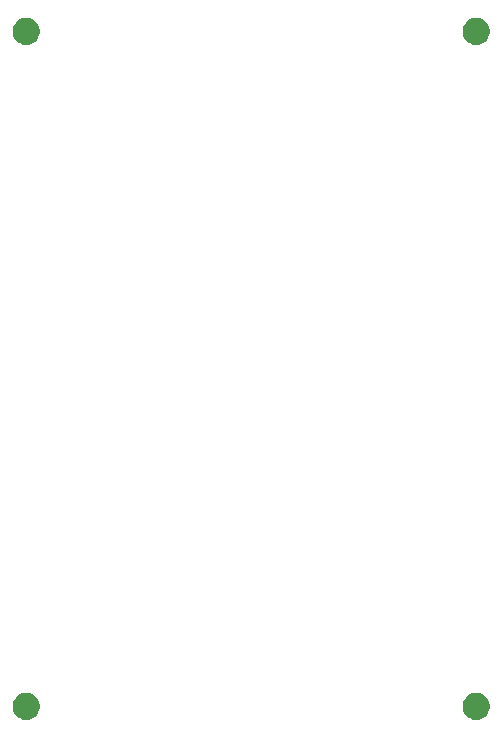
<source format=gbr>
G04 #@! TF.GenerationSoftware,KiCad,Pcbnew,(5.1.6)-1*
G04 #@! TF.CreationDate,2020-09-28T23:31:42+08:00*
G04 #@! TF.ProjectId,Hami-Plate,48616d69-2d50-46c6-9174-652e6b696361,rev?*
G04 #@! TF.SameCoordinates,Original*
G04 #@! TF.FileFunction,Soldermask,Bot*
G04 #@! TF.FilePolarity,Negative*
%FSLAX46Y46*%
G04 Gerber Fmt 4.6, Leading zero omitted, Abs format (unit mm)*
G04 Created by KiCad (PCBNEW (5.1.6)-1) date 2020-09-28 23:31:42*
%MOMM*%
%LPD*%
G01*
G04 APERTURE LIST*
%ADD10C,0.100000*%
G04 APERTURE END LIST*
D10*
G36*
X165324549Y-129046116D02*
G01*
X165435734Y-129068232D01*
X165645203Y-129154997D01*
X165833720Y-129280960D01*
X165994040Y-129441280D01*
X166120003Y-129629797D01*
X166206768Y-129839266D01*
X166251000Y-130061636D01*
X166251000Y-130288364D01*
X166206768Y-130510734D01*
X166120003Y-130720203D01*
X165994040Y-130908720D01*
X165833720Y-131069040D01*
X165645203Y-131195003D01*
X165435734Y-131281768D01*
X165324549Y-131303884D01*
X165213365Y-131326000D01*
X164986635Y-131326000D01*
X164875451Y-131303884D01*
X164764266Y-131281768D01*
X164554797Y-131195003D01*
X164366280Y-131069040D01*
X164205960Y-130908720D01*
X164079997Y-130720203D01*
X163993232Y-130510734D01*
X163949000Y-130288364D01*
X163949000Y-130061636D01*
X163993232Y-129839266D01*
X164079997Y-129629797D01*
X164205960Y-129441280D01*
X164366280Y-129280960D01*
X164554797Y-129154997D01*
X164764266Y-129068232D01*
X164875451Y-129046116D01*
X164986635Y-129024000D01*
X165213365Y-129024000D01*
X165324549Y-129046116D01*
G37*
G36*
X127224549Y-129046116D02*
G01*
X127335734Y-129068232D01*
X127545203Y-129154997D01*
X127733720Y-129280960D01*
X127894040Y-129441280D01*
X128020003Y-129629797D01*
X128106768Y-129839266D01*
X128151000Y-130061636D01*
X128151000Y-130288364D01*
X128106768Y-130510734D01*
X128020003Y-130720203D01*
X127894040Y-130908720D01*
X127733720Y-131069040D01*
X127545203Y-131195003D01*
X127335734Y-131281768D01*
X127224549Y-131303884D01*
X127113365Y-131326000D01*
X126886635Y-131326000D01*
X126775451Y-131303884D01*
X126664266Y-131281768D01*
X126454797Y-131195003D01*
X126266280Y-131069040D01*
X126105960Y-130908720D01*
X125979997Y-130720203D01*
X125893232Y-130510734D01*
X125849000Y-130288364D01*
X125849000Y-130061636D01*
X125893232Y-129839266D01*
X125979997Y-129629797D01*
X126105960Y-129441280D01*
X126266280Y-129280960D01*
X126454797Y-129154997D01*
X126664266Y-129068232D01*
X126775451Y-129046116D01*
X126886635Y-129024000D01*
X127113365Y-129024000D01*
X127224549Y-129046116D01*
G37*
G36*
X165324549Y-71896116D02*
G01*
X165435734Y-71918232D01*
X165645203Y-72004997D01*
X165833720Y-72130960D01*
X165994040Y-72291280D01*
X166120003Y-72479797D01*
X166206768Y-72689266D01*
X166251000Y-72911636D01*
X166251000Y-73138364D01*
X166206768Y-73360734D01*
X166120003Y-73570203D01*
X165994040Y-73758720D01*
X165833720Y-73919040D01*
X165645203Y-74045003D01*
X165435734Y-74131768D01*
X165324549Y-74153884D01*
X165213365Y-74176000D01*
X164986635Y-74176000D01*
X164875451Y-74153884D01*
X164764266Y-74131768D01*
X164554797Y-74045003D01*
X164366280Y-73919040D01*
X164205960Y-73758720D01*
X164079997Y-73570203D01*
X163993232Y-73360734D01*
X163949000Y-73138364D01*
X163949000Y-72911636D01*
X163993232Y-72689266D01*
X164079997Y-72479797D01*
X164205960Y-72291280D01*
X164366280Y-72130960D01*
X164554797Y-72004997D01*
X164764266Y-71918232D01*
X164875451Y-71896116D01*
X164986635Y-71874000D01*
X165213365Y-71874000D01*
X165324549Y-71896116D01*
G37*
G36*
X127224549Y-71896116D02*
G01*
X127335734Y-71918232D01*
X127545203Y-72004997D01*
X127733720Y-72130960D01*
X127894040Y-72291280D01*
X128020003Y-72479797D01*
X128106768Y-72689266D01*
X128151000Y-72911636D01*
X128151000Y-73138364D01*
X128106768Y-73360734D01*
X128020003Y-73570203D01*
X127894040Y-73758720D01*
X127733720Y-73919040D01*
X127545203Y-74045003D01*
X127335734Y-74131768D01*
X127224549Y-74153884D01*
X127113365Y-74176000D01*
X126886635Y-74176000D01*
X126775451Y-74153884D01*
X126664266Y-74131768D01*
X126454797Y-74045003D01*
X126266280Y-73919040D01*
X126105960Y-73758720D01*
X125979997Y-73570203D01*
X125893232Y-73360734D01*
X125849000Y-73138364D01*
X125849000Y-72911636D01*
X125893232Y-72689266D01*
X125979997Y-72479797D01*
X126105960Y-72291280D01*
X126266280Y-72130960D01*
X126454797Y-72004997D01*
X126664266Y-71918232D01*
X126775451Y-71896116D01*
X126886635Y-71874000D01*
X127113365Y-71874000D01*
X127224549Y-71896116D01*
G37*
M02*

</source>
